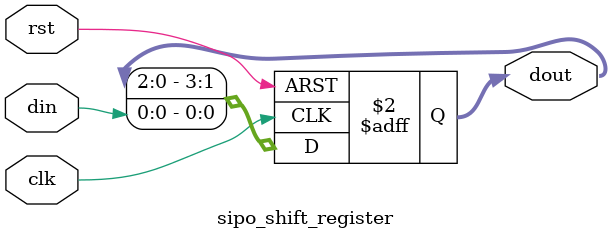
<source format=v>
`timescale 1ns / 1ps


module sipo_shift_register (
    input clk,
    input rst,
    input din,
    output reg [3:0] dout
);
    always @(posedge clk or posedge rst) begin
        if (rst)
            dout <= 4'b0000;
        else
            dout <= {dout[2:0], din};
    end
endmodule


</source>
